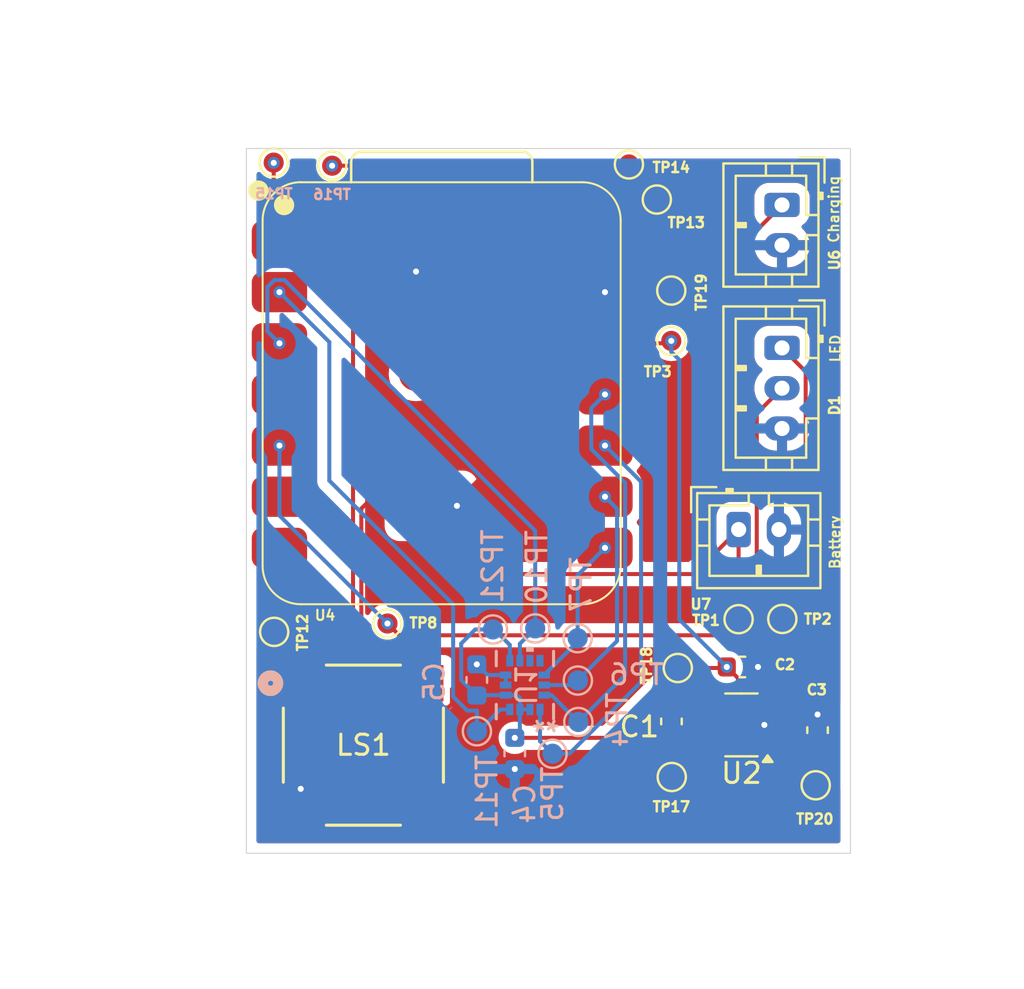
<source format=kicad_pcb>
(kicad_pcb (version 20240108) (generator "pcbnew") (generator_version "8.0")
  (title_block (title "LED20 Updated Schematic") (date "2024-11-12") (rev "2") (company "Team 01") (comment 1 "PCB Layout of LED20 "))
  (layers (0 "F.Cu" signal) (31 "B.Cu" signal) (34 "B.Paste" user) (35 "F.Paste" user) (36 "B.SilkS" user "B.Silkscreen") (37 "F.SilkS" user "F.Silkscreen") (38 "B.Mask" user) (39 "F.Mask" user) (44 "Edge.Cuts" user))
  (net 0 "")
  (net 1 "Net-(U2-C+)")
  (net 2 "Net-(U2-C-)")
  (net 3 "GND")
  (net 4 "3.3V")
  (net 5 "+5V")
  (net 6 "3.3V Data (D4)")
  (net 7 "VBATT")
  (net 8 "Net-(U1-SDA)")
  (net 9 "Net-(U1-SDO{slash}SA0)")
  (net 10 "Net-(U1-SCL)")
  (net 11 "Net-(U1-CS)")
  (net 12 "Net-(U1-INT2)")
  (net 13 "Net-(U1-INT1)")
  (net 14 "unconnected-(TP13-Pad1)")
  (net 15 "unconnected-(TP14-Pad1)")
  (net 16 "unconnected-(TP15-Pad1)")
  (net 17 "unconnected-(TP16-Pad1)")
  (net 21 "+5V IN")
  (net 24 "Net-(U4-LP_GPIO0{slash}GPIO0{slash}A0{slash}D0)")
  (footprint "TestPoint:TestPoint_Pad_D1.0mm" (layer "F.Cu") (at 158.828498 86.700433 -90)
    (property "Reference" "TP2" (at 0.00931 -1.762392 180) (layer "F.SilkS") (effects (font (size 0.5 0.5) (thickness 0.125))))
    (property "Value" "~")
    (fp_circle (center 0 0) (end 0 0.7) (stroke (width 0.12)) (fill none) (layer "F.SilkS"))
    (pad "1" smd circle (at 0 0 270) (size 1 1) (layers "F.Cu" "F.Mask") (net 3 "GND"))
  )
  (footprint "Led20:ChargePump" (layer "F.Cu") (at 156.79831 91.962347 180)
    (property "Reference" "U2" (at 0 -2.4 0) (layer "F.SilkS"))
    (property "Value" "~")
    (fp_line (start 0 1.56) (end 0.8 1.56) (stroke (width 0.12)) (layer "F.SilkS"))
    (fp_line (start 0 1.56) (end -0.8 1.56) (stroke (width 0.12)) (layer "F.SilkS"))
    (fp_line (start 0 -1.56) (end 0.8 -1.56) (stroke (width 0.12)) (layer "F.SilkS"))
    (fp_line (start 0 -1.56) (end -0.8 -1.56) (stroke (width 0.12)) (layer "F.SilkS"))
    (fp_poly (pts (xy -1.3 -1.51) (xy -1.54 -1.84) (xy -1.06 -1.84) (xy -1.3 -1.51)) (stroke (width 0.12)) (fill solid) (layer "F.SilkS"))
    (pad "1" smd roundrect (at -1.1375 -0.95 180) (size 1.325 0.6) (layers "F.Cu" "F.Paste" "F.Mask") (net 5 "+5V"))
    (pad "2" smd roundrect (at -1.1375 0 180) (size 1.325 0.6) (layers "F.Cu" "F.Paste" "F.Mask") (net 3 "GND"))
    (pad "3" smd roundrect (at -1.1375 0.95 180) (size 1.325 0.6) (layers "F.Cu" "F.Paste" "F.Mask") (net 5 "+5V"))
    (pad "4" smd roundrect (at 1.1375 0.95 180) (size 1.325 0.6) (layers "F.Cu" "F.Paste" "F.Mask") (net 2 "Net-(U2-C-)"))
    (pad "5" smd roundrect (at 1.1375 0 180) (size 1.325 0.6) (layers "F.Cu" "F.Paste" "F.Mask") (net 4 "3.3V"))
    (pad "6" smd roundrect (at 1.1375 -0.95 180) (size 1.325 0.6) (layers "F.Cu" "F.Paste" "F.Mask") (net 1 "Net-(U2-C+)"))
  )
  (footprint "Connector_JST:JST_PH_B2B-PH-K_1x02_P2.00mm_Vertical" (layer "F.Cu") (at 158.812862 66.141631 -90)
    (property "Reference" "U6" (at 2.736332 -2.606274 90) (layer "F.SilkS") (effects (font (size 0.5 0.5) (thickness 0.125))))
    (property "Value" "B2B-PH-K-S")
    (fp_line (start -2.06 2.91) (end 4.06 2.91) (stroke (width 0.12)) (layer "F.SilkS"))
    (fp_line (start 4.06 2.91) (end 4.06 -1.81) (stroke (width 0.12)) (layer "F.SilkS"))
    (fp_line (start -1.45 2.3) (end 3.45 2.3) (stroke (width 0.12)) (layer "F.SilkS"))
    (fp_line (start 0.9 2.3) (end 0.9 1.8) (stroke (width 0.12)) (layer "F.SilkS"))
    (fp_line (start 1 2.3) (end 1 1.8) (stroke (width 0.12)) (layer "F.SilkS"))
    (fp_line (start 3.45 2.3) (end 3.45 -1.2) (stroke (width 0.12)) (layer "F.SilkS"))
    (fp_line (start 0.9 1.8) (end 1.1 1.8) (stroke (width 0.12)) (layer "F.SilkS"))
    (fp_line (start 1.1 1.8) (end 1.1 2.3) (stroke (width 0.12)) (layer "F.SilkS"))
    (fp_line (start -2.06 0.8) (end -1.45 0.8) (stroke (width 0.12)) (layer "F.SilkS"))
    (fp_line (start 4.06 0.8) (end 3.45 0.8) (stroke (width 0.12)) (layer "F.SilkS"))
    (fp_line (start -2.06 -0.5) (end -1.45 -0.5) (stroke (width 0.12)) (layer "F.SilkS"))
    (fp_line (start 4.06 -0.5) (end 3.45 -0.5) (stroke (width 0.12)) (layer "F.SilkS"))
    (fp_line (start -1.45 -1.2) (end -1.45 2.3) (stroke (width 0.12)) (layer "F.SilkS"))
    (fp_line (start 0.5 -1.2) (end -1.45 -1.2) (stroke (width 0.12)) (layer "F.SilkS"))
    (fp_line (start 1.5 -1.2) (end 1.5 -1.81) (stroke (width 0.12)) (layer "F.SilkS"))
    (fp_line (start 3.45 -1.2) (end 1.5 -1.2) (stroke (width 0.12)) (layer "F.SilkS"))
    (fp_line (start -2.06 -1.81) (end -2.06 2.91) (stroke (width 0.12)) (layer "F.SilkS"))
    (fp_line (start -0.3 -1.81) (end -0.3 -2.01) (stroke (width 0.12)) (layer "F.SilkS"))
    (fp_line (start 0.5 -1.81) (end 0.5 -1.2) (stroke (width 0.12)) (layer "F.SilkS"))
    (fp_line (start 4.06 -1.81) (end -2.06 -1.81) (stroke (width 0.12)) (layer "F.SilkS"))
    (fp_line (start -0.3 -1.91) (end -0.6 -1.91) (stroke (width 0.12)) (layer "F.SilkS"))
    (fp_line (start -0.6 -2.01) (end -0.6 -1.81) (stroke (width 0.12)) (layer "F.SilkS"))
    (fp_line (start -0.3 -2.01) (end -0.6 -2.01) (stroke (width 0.12)) (layer "F.SilkS"))
    (fp_line (start -2.36 -2.11) (end -2.36 -0.86) (stroke (width 0.12)) (layer "F.SilkS"))
    (fp_line (start -1.11 -2.11) (end -2.36 -2.11) (stroke (width 0.12)) (layer "F.SilkS"))
    (pad "1" thru_hole roundrect (at 0 0 270) (size 1.2 1.75) (drill 0.75) (layers "*.Cu" "*.Mask") (roundrect_rratio 0.208333) (net 21 "+5V IN"))
    (pad "2" thru_hole oval (at 2 0 270) (size 1.2 1.75) (drill 0.75) (layers "*.Cu" "*.Mask") (net 3 "GND"))
  )
  (footprint "Connector_JST:JST_PH_B3B-PH-K_1x03_P2.00mm_Vertical" (layer "F.Cu") (at 158.812862 73.241902 -90)
    (property "Reference" "D1" (at 2.851472 -2.606274 90) (layer "F.SilkS") (effects (font (size 0.5 0.5) (thickness 0.125))))
    (property "Value" "SK6812MINI")
    (fp_line (start -2.06 2.91) (end 6.06 2.91) (stroke (width 0.12)) (layer "F.SilkS"))
    (fp_line (start 6.06 2.91) (end 6.06 -1.81) (stroke (width 0.12)) (layer "F.SilkS"))
    (fp_line (start -1.45 2.3) (end 5.45 2.3) (stroke (width 0.12)) (layer "F.SilkS"))
    (fp_line (start 0.9 2.3) (end 0.9 1.8) (stroke (width 0.12)) (layer "F.SilkS"))
    (fp_line (start 1 2.3) (end 1 1.8) (stroke (width 0.12)) (layer "F.SilkS"))
    (fp_line (start 2.9 2.3) (end 2.9 1.8) (stroke (width 0.12)) (layer "F.SilkS"))
    (fp_line (start 3 2.3) (end 3 1.8) (stroke (width 0.12)) (layer "F.SilkS"))
    (fp_line (start 5.45 2.3) (end 5.45 -1.2) (stroke (width 0.12)) (layer "F.SilkS"))
    (fp_line (start 0.9 1.8) (end 1.1 1.8) (stroke (width 0.12)) (layer "F.SilkS"))
    (fp_line (start 1.1 1.8) (end 1.1 2.3) (stroke (width 0.12)) (layer "F.SilkS"))
    (fp_line (start 2.9 1.8) (end 3.1 1.8) (stroke (width 0.12)) (layer "F.SilkS"))
    (fp_line (start 3.1 1.8) (end 3.1 2.3) (stroke (width 0.12)) (layer "F.SilkS"))
    (fp_line (start -2.06 0.8) (end -1.45 0.8) (stroke (width 0.12)) (layer "F.SilkS"))
    (fp_line (start 6.06 0.8) (end 5.45 0.8) (stroke (width 0.12)) (layer "F.SilkS"))
    (fp_line (start -2.06 -0.5) (end -1.45 -0.5) (stroke (width 0.12)) (layer "F.SilkS"))
    (fp_line (start 6.06 -0.5) (end 5.45 -0.5) (stroke (width 0.12)) (layer "F.SilkS"))
    (fp_line (start -1.45 -1.2) (end -1.45 2.3) (stroke (width 0.12)) (layer "F.SilkS"))
    (fp_line (start 0.5 -1.2) (end -1.45 -1.2) (stroke (width 0.12)) (layer "F.SilkS"))
    (fp_line (start 3.5 -1.2) (end 3.5 -1.81) (stroke (width 0.12)) (layer "F.SilkS"))
    (fp_line (start 5.45 -1.2) (end 3.5 -1.2) (stroke (width 0.12)) (layer "F.SilkS"))
    (fp_line (start -2.06 -1.81) (end -2.06 2.91) (stroke (width 0.12)) (layer "F.SilkS"))
    (fp_line (start -0.3 -1.81) (end -0.3 -2.01) (stroke (width 0.12)) (layer "F.SilkS"))
    (fp_line (start 0.5 -1.81) (end 0.5 -1.2) (stroke (width 0.12)) (layer "F.SilkS"))
    (fp_line (start 6.06 -1.81) (end -2.06 -1.81) (stroke (width 0.12)) (layer "F.SilkS"))
    (fp_line (start -0.3 -1.91) (end -0.6 -1.91) (stroke (width 0.12)) (layer "F.SilkS"))
    (fp_line (start -0.6 -2.01) (end -0.6 -1.81) (stroke (width 0.12)) (layer "F.SilkS"))
    (fp_line (start -0.3 -2.01) (end -0.6 -2.01) (stroke (width 0.12)) (layer "F.SilkS"))
    (fp_line (start -2.36 -2.11) (end -2.36 -0.86) (stroke (width 0.12)) (layer "F.SilkS"))
    (fp_line (start -1.11 -2.11) (end -2.36 -2.11) (stroke (width 0.12)) (layer "F.SilkS"))
    (pad "1" thru_hole roundrect (at 0 0 270) (size 1.2 1.75) (drill 0.75) (layers "*.Cu" "*.Mask") (roundrect_rratio 0.208333) (net 5 "+5V"))
    (pad "2" thru_hole oval (at 2 0 270) (size 1.2 1.75) (drill 0.75) (layers "*.Cu" "*.Mask") (net 6 "3.3V Data (D4)"))
    (pad "3" thru_hole oval (at 4 0 270) (size 1.2 1.75) (drill 0.75) (layers "*.Cu" "*.Mask") (net 3 "GND"))
  )
  (footprint "Capacitor_SMD:C_0603_1608Metric" (layer "F.Cu") (at 160.577935 92.221193 -90)
    (property "Reference" "C3" (at -2.002616 0.040114 0) (layer "F.SilkS") (effects (font (size 0.5 0.5) (thickness 0.125))))
    (property "Value" "10u")
    (fp_line (start -0.14058 0.51) (end 0.14058 0.51) (stroke (width 0.12)) (layer "F.SilkS"))
    (fp_line (start -0.14058 -0.51) (end 0.14058 -0.51) (stroke (width 0.12)) (layer "F.SilkS"))
    (pad "1" smd roundrect (at -0.775 0 270) (size 0.9 0.95) (layers "F.Cu" "F.Paste" "F.Mask") (net 3 "GND"))
    (pad "2" smd roundrect (at 0.775 0 270) (size 0.9 0.95) (layers "F.Cu" "F.Paste" "F.Mask") (net 5 "+5V"))
  )
  (footprint "TestPoint:TestPoint_Pad_D1.0mm" (layer "F.Cu") (at 139.220263 86.927322)
    (property "Reference" "TP8" (at 1.780797 -0.027891 0) (layer "F.SilkS") (effects (font (size 0.5 0.5) (thickness 0.125))))
    (property "Value" "~")
    (fp_circle (center 0 0) (end 0 0.7) (stroke (width 0.12)) (fill none) (layer "F.SilkS"))
    (pad "1" smd circle (at 0 0) (size 1 1) (layers "F.Cu" "F.Mask") (net 6 "3.3V Data (D4)"))
  )
  (footprint "TestPoint:TestPoint_Pad_D1.0mm" (layer "F.Cu") (at 133.570623 64.039269 180)
    (property "Reference" "TP15" (at -0.006781 -1.547978 0) (layer "B.SilkS") (effects (font (size 0.5 0.5) (thickness 0.125)) (justify mirror)))
    (property "Value" "~")
    (fp_circle (center 0 0) (end 0 0.7) (stroke (width 0.12)) (fill none) (layer "F.SilkS"))
    (pad "1" smd circle (at 0 0 180) (size 1 1) (layers "F.Cu" "F.Mask") (net 16 "unconnected-(TP15-Pad1)"))
  )
  (footprint "TestPoint:TestPoint_Pad_D1.0mm" (layer "F.Cu") (at 136.473277 64.192789 180)
    (property "Reference" "TP16" (at 0.007435 -1.428574 0) (layer "B.SilkS") (effects (font (size 0.5 0.5) (thickness 0.125)) (justify mirror)))
    (property "Value" "~")
    (fp_circle (center 0 0) (end 0 0.7) (stroke (width 0.12)) (fill none) (layer "F.SilkS"))
    (pad "1" smd circle (at 0 0 180) (size 1 1) (layers "F.Cu" "F.Mask") (net 17 "unconnected-(TP16-Pad1)"))
  )
  (footprint "Led20:XIAO-ESP32-C6-SMD" (layer "F.Cu") (at 142.1375 75.53)
    (property "Reference" "U4" (at -6.587488 11.282961 0) (layer "F.SilkS") (effects (font (size 0.5 0.5) (thickness 0.10668)) (justify left bottom)))
    (property "Value" "~")
    (fp_line (start -9.1166 8.5345) (end -9.1166 -8.6105) (stroke (width 0.1)) (layer "F.SilkS"))
    (fp_line (start -7.2116 10.4395) (end 6.7584 10.4395) (stroke (width 0.1)) (layer "F.SilkS"))
    (fp_line (start -4.7216 -10.5155) (end -4.717872 -11.525772) (stroke (width 0.127)) (layer "F.SilkS"))
    (fp_line (start -4.217872 -12.0255) (end 3.7774 -12.0255) (stroke (width 0.127)) (layer "F.SilkS"))
    (fp_line (start 4.2774 -11.5255) (end 4.2774 -10.5155) (stroke (width 0.127)) (layer "F.SilkS"))
    (fp_line (start 6.7584 -10.5155) (end -7.2116 -10.5155) (stroke (width 0.1)) (layer "F.SilkS"))
    (fp_line (start 8.6634 8.5345) (end 8.6634 -8.6105) (stroke (width 0.1)) (layer "F.SilkS"))
    (fp_arc (start -9.1166 -8.6145) (mid -8.558638 -9.961538) (end -7.2116 -10.5195) (stroke (width 0.1)) (layer "F.SilkS"))
    (fp_arc (start -7.2116 10.4395) (mid -8.558638 9.881538) (end -9.1166 8.5345) (stroke (width 0.1)) (layer "F.SilkS"))
    (fp_arc (start -4.717872 -11.525772) (mid -4.571324 -11.879144) (end -4.217872 -12.0255) (stroke (width 0.127)) (layer "F.SilkS"))
    (fp_arc (start 3.7774 -12.0255) (mid 4.130953 -11.879053) (end 4.2774 -11.5255) (stroke (width 0.127)) (layer "F.SilkS"))
    (fp_arc (start 6.7584 -10.5155) (mid 8.105438 -9.957538) (end 8.6634 -8.6105) (stroke (width 0.1)) (layer "F.SilkS"))
    (fp_arc (start 8.6634 8.5345) (mid 8.105438 9.881538) (end 6.7584 10.4395) (stroke (width 0.1)) (layer "F.SilkS"))
    (fp_circle (center -9.3266 -10.0995) (end -9.3266 -10.3535) (stroke (width 0.5)) (fill solid) (layer "F.SilkS"))
    (fp_circle (center -8.0526 -9.3825) (end -8.0526 -9.6365) (stroke (width 0.5)) (fill solid) (layer "F.SilkS"))
    (pad "1" smd roundrect (at -8.2816 -7.5985) (size 2.75 2) (layers "F.Cu" "F.Paste" "F.Mask") (net 24 "Net-(U4-LP_GPIO0{slash}GPIO0{slash}A0{slash}D0)"))
    (pad "2" smd roundrect (at -8.2816 -5.0585) (size 2.75 2) (layers "F.Cu" "F.Paste" "F.Mask") (net 13 "Net-(U1-INT1)"))
    (pad "3" smd roundrect (at -8.2816 -2.5185) (size 2.75 2) (layers "F.Cu" "F.Paste" "F.Mask") (net 12 "Net-(U1-INT2)"))
    (pad "4" smd roundrect (at -8.2816 0.0215) (size 2.75 2) (layers "F.Cu" "F.Paste" "F.Mask"))
    (pad "5" smd roundrect (at -8.2816 2.5615) (size 2.75 2) (layers "F.Cu" "F.Paste" "F.Mask") (net 6 "3.3V Data (D4)"))
    (pad "6" smd roundrect (at -8.2816 5.1015) (size 2.75 2) (layers "F.Cu" "F.Paste" "F.Mask"))
    (pad "7" smd roundrect (at -8.2816 7.6415) (size 2.75 2) (layers "F.Cu" "F.Paste" "F.Mask"))
    (pad "8" smd roundrect (at 7.8834 7.6415) (size 2.75 2) (layers "F.Cu" "F.Paste" "F.Mask") (net 11 "Net-(U1-CS)"))
    (pad "9" smd roundrect (at 7.8834 5.1015) (size 2.75 2) (layers "F.Cu" "F.Paste" "F.Mask") (net 10 "Net-(U1-SCL)"))
    (pad "10" smd roundrect (at 7.8834 2.5615) (size 2.75 2) (layers "F.Cu" "F.Paste" "F.Mask") (net 9 "Net-(U1-SDO{slash}SA0)"))
    (pad "11" smd roundrect (at 7.8834 0.0215) (size 2.75 2) (layers "F.Cu" "F.Paste" "F.Mask") (net 8 "Net-(U1-SDA)"))
    (pad "12" smd roundrect (at 7.8834 -2.5185) (size 2.75 2) (layers "F.Cu" "F.Paste" "F.Mask") (net 4 "3.3V"))
    (pad "13" smd roundrect (at 7.8834 -5.0585) (size 2.75 2) (layers "F.Cu" "F.Paste" "F.Mask") (net 3 "GND"))
    (pad "14" smd roundrect (at 7.8834 -7.5985) (size 2.75 2) (layers "F.Cu" "F.Paste" "F.Mask") (net 21 "+5V IN"))
    (pad "15" smd roundrect (at -2.008 5.5532 270) (size 2.5 1.1) (layers "F.Cu" "F.Paste" "F.Mask") (net 7 "VBATT"))
    (pad "16" smd roundrect (at 0.532 5.5532 270) (size 2.5 1.1) (layers "F.Cu" "F.Paste" "F.Mask") (net 3 "GND"))
    (pad "17" smd circle (at -1.5 -8.62) (size 1.7 1.7) (layers "F.Cu" "F.Paste" "F.Mask") (net 17 "unconnected-(TP16-Pad1)"))
    (pad "18" smd circle (at 1.04 -8.62) (size 1.7 1.7) (layers "F.Cu" "F.Paste" "F.Mask") (net 15 "unconnected-(TP14-Pad1)"))
    (pad "19" smd circle (at -1.5 -6.08) (size 1.7 1.7) (layers "F.Cu" "F.Paste" "F.Mask") (net 3 "GND"))
    (pad "20" smd circle (at 1.04 -6.08) (size 1.7 1.7) (layers "F.Cu" "F.Paste" "F.Mask"))
    (pad "21" smd circle (at -1.5 -3.54) (size 1.7 1.7) (layers "F.Cu" "F.Paste" "F.Mask") (net 16 "unconnected-(TP15-Pad1)"))
    (pad "22" smd circle (at 1.04 -3.54) (size 1.7 1.7) (layers "F.Cu" "F.Paste" "F.Mask") (net 14 "unconnected-(TP13-Pad1)"))
    (pad "23" smd circle (at -1.5 -1) (size 1.7 1.7) (layers "F.Cu" "F.Paste" "F.Mask"))
    (pad "24" smd circle (at 0.9474 -1.0568) (size 1.7 1.7) (layers "F.Cu" "F.Paste" "F.Mask"))
  )
  (footprint "TestPoint:TestPoint_Pad_D1.0mm" (layer "F.Cu") (at 152.5961 65.872827)
    (property "Reference" "TP13" (at 1.460965 1.149092 180) (layer "F.SilkS") (effects (font (size 0.5 0.5) (thickness 0.125))))
    (property "Value" "~")
    (fp_circle (center 0 0) (end 0 0.7) (stroke (width 0.12)) (fill none) (layer "F.SilkS"))
    (pad "1" smd circle (at 0 0) (size 1 1) (layers "F.Cu" "F.Mask") (net 14 "unconnected-(TP13-Pad1)"))
  )
  (footprint "TestPoint:TestPoint_Pad_D1.0mm" (layer "F.Cu") (at 153.63829 89.136295 180)
    (property "Reference" "TP18" (at 1.54972 0.123129 -90) (layer "F.SilkS") (effects (font (size 0.5 0.5) (thickness 0.125))))
    (property "Value" "~")
    (fp_circle (center 0 0) (end 0 0.7) (stroke (width 0.12)) (fill none) (layer "F.SilkS"))
    (pad "1" smd circle (at 0 0 180) (size 1 1) (layers "F.Cu" "F.Mask") (net 4 "3.3V"))
  )
  (footprint "Capacitor_SMD:C_0603_1608Metric" (layer "F.Cu") (at 153.322964 91.790052 90)
    (property "Reference" "C1" (at -0.263111 -1.595137 180) (layer "F.SilkS"))
    (property "Value" "1u")
    (fp_line (start -0.14058 -0.51) (end 0.14058 -0.51) (stroke (width 0.12)) (layer "F.SilkS"))
    (fp_line (start -0.14058 0.51) (end 0.14058 0.51) (stroke (width 0.12)) (layer "F.SilkS"))
    (pad "1" smd roundrect (at -0.775 0 90) (size 0.9 0.95) (layers "F.Cu" "F.Paste" "F.Mask") (net 1 "Net-(U2-C+)"))
    (pad "2" smd roundrect (at 0.775 0 90) (size 0.9 0.95) (layers "F.Cu" "F.Paste" "F.Mask") (net 2 "Net-(U2-C-)"))
  )
  (footprint "TestPoint:TestPoint_Pad_D1.0mm" (layer "F.Cu") (at 151.210712 64.128868)
    (property "Reference" "TP14" (at 2.100344 0.153276 0) (layer "F.SilkS") (effects (font (size 0.5 0.5) (thickness 0.125))))
    (property "Value" "~")
    (fp_circle (center 0 0) (end 0 0.7) (stroke (width 0.12)) (fill none) (layer "F.SilkS"))
    (pad "1" smd circle (at 0 0) (size 1 1) (layers "F.Cu" "F.Mask") (net 15 "unconnected-(TP14-Pad1)"))
  )
  (footprint "TestPoint:TestPoint_Pad_D1.0mm" (layer "F.Cu") (at 156.656484 86.711805 180)
    (property "Reference" "TP1" (at 1.61693 -0.059694 180) (layer "F.SilkS") (effects (font (size 0.5 0.5) (thickness 0.125))))
    (property "Value" "~")
    (fp_circle (center 0 0) (end 0 0.7) (stroke (width 0.12)) (fill none) (layer "F.SilkS"))
    (pad "1" smd circle (at 0 0 180) (size 1 1) (layers "F.Cu" "F.Mask") (net 7 "VBATT"))
  )
  (footprint "Capacitor_SMD:C_0603_1608Metric" (layer "F.Cu") (at 156.844117 89.084826)
    (property "Reference" "C2" (at 2.113024 -0.117148 0) (layer "F.SilkS") (effects (font (size 0.5 0.5) (thickness 0.125))))
    (property "Value" "10u")
    (fp_line (start -0.14058 -0.51) (end 0.14058 -0.51) (stroke (width 0.12)) (layer "F.SilkS"))
    (fp_line (start -0.14058 0.51) (end 0.14058 0.51) (stroke (width 0.12)) (layer "F.SilkS"))
    (pad "1" smd roundrect (at -0.775 0) (size 0.9 0.95) (layers "F.Cu" "F.Paste" "F.Mask") (net 4 "3.3V"))
    (pad "2" smd roundrect (at 0.775 0) (size 0.9 0.95) (layers "F.Cu" "F.Paste" "F.Mask") (net 3 "GND"))
  )
  (footprint "TestPoint:TestPoint_Pad_D1.0mm" (layer "F.Cu") (at 153.338126 94.54961 180)
    (property "Reference" "TP17" (at 0.018558 -1.478538 0) (layer "F.SilkS") (effects (font (size 0.5 0.5) (thickness 0.125))))
    (property "Value" "~")
    (fp_circle (center 0 0) (end 0 0.7) (stroke (width 0.12)) (fill none) (layer "F.SilkS"))
    (pad "1" smd circle (at 0 0 180) (size 1 1) (layers "F.Cu" "F.Mask") (net 1 "Net-(U2-C+)"))
  )
  (footprint "TestPoint:TestPoint_Pad_D1.0mm" (layer "F.Cu") (at 160.486961 94.960081 180)
    (property "Reference" "TP20" (at 0.0458 -1.67788 0) (layer "F.SilkS") (effects (font (size 0.5 0.5) (thickness 0.125))))
    (property "Value" "~")
    (fp_circle (center 0 0) (end 0 0.7) (stroke (width 0.12)) (fill none) (layer "F.SilkS"))
    (pad "1" smd circle (at 0 0 180) (size 1 1) (layers "F.Cu" "F.Mask") (net 5 "+5V"))
  )
  (footprint "TestPoint:TestPoint_Pad_D1.0mm" (layer "F.Cu") (at 153.3139 72.8925)
    (property "Reference" "TP3" (at -0.673172 1.533258 0) (layer "F.SilkS") (effects (font (size 0.5 0.5) (thickness 0.125))))
    (property "Value" "~")
    (fp_circle (center 0 0) (end 0 0.7) (stroke (width 0.12)) (fill none) (layer "F.SilkS"))
    (pad "1" smd circle (at 0 0) (size 1 1) (layers "F.Cu" "F.Mask") (net 4 "3.3V"))
  )
  (footprint "TestPoint:TestPoint_Pad_D1.0mm" (layer "F.Cu") (at 153.3139 70.3925)
    (property "Reference" "TP19" (at 1.486846 0.088888 90) (layer "F.SilkS") (effects (font (size 0.5 0.5) (thickness 0.125))))
    (property "Value" "~")
    (fp_circle (center 0 0) (end 0 0.7) (stroke (width 0.12)) (fill none) (layer "F.SilkS"))
    (pad "1" smd circle (at 0 0) (size 1 1) (layers "F.Cu" "F.Mask") (net 3 "GND"))
  )
  (footprint "TestPoint:TestPoint_Pad_D1.0mm" (layer "F.Cu") (at 133.594062 87.34175)
    (property "Reference" "TP12" (at 1.410104 0.034115 -90) (layer "F.SilkS") (effects (font (size 0.5 0.5) (thickness 0.125))))
    (property "Value" "~")
    (fp_circle (center 0 0) (end 0 0.7) (stroke (width 0.12)) (fill none) (layer "F.SilkS"))
    (pad "1" smd circle (at 0 0) (size 1 1) (layers "F.Cu" "F.Mask") (net 24 "Net-(U4-LP_GPIO0{slash}GPIO0{slash}A0{slash}D0)"))
  )
  (footprint "Led20:CMT-7525-80-SMT-TR_CUD" (layer "F.Cu") (at 138.02338 92.966582)
    (property "Reference" "LS1" (at 0 0 0) (layer "F.SilkS"))
    (property "Value" "CMT-7525-80-SMT-TR")
    (fp_circle (center -4.6101 -3.075) (end -4.2291 -3.075) (stroke (width 0.508)) (fill none) (layer "B.SilkS"))
    (fp_line (start -3.9751 -1.84056) (end -3.9751 1.84056) (stroke (width 0.1524)) (layer "F.SilkS"))
    (fp_line (start -1.84056 3.9751) (end 1.84056 3.9751) (stroke (width 0.1524)) (layer "F.SilkS"))
    (fp_line (start 1.84056 -3.9751) (end -1.84056 -3.9751) (stroke (width 0.1524)) (layer "F.SilkS"))
    (fp_line (start 3.9751 1.84056) (end 3.9751 -1.84056) (stroke (width 0.1524)) (layer "F.SilkS"))
    (fp_arc (start -4.48724 -2.714353) (mid -4.991102 -3.075001) (end -4.48724 -3.435648) (stroke (width 0.508)) (layer "F.SilkS"))
    (pad "1" smd rect (at -3.075 -3.075) (size 1.8034 1.8034) (layers "F.Cu" "F.Paste" "F.Mask") (net 24 "Net-(U4-LP_GPIO0{slash}GPIO0{slash}A0{slash}D0)"))
    (pad "2" smd rect (at -3.075 3.075) (size 1.8034 1.8034) (layers "F.Cu" "F.Paste" "F.Mask") (net 3 "GND"))
    (pad "3" smd rect (at 3.075 -3.075) (size 1.8034 1.8034) (layers "F.Cu" "F.Paste" "F.Mask"))
    (pad "4" smd rect (at 3.075 3.075) (size 1.8034 1.8034) (layers "F.Cu" "F.Paste" "F.Mask"))
  )
  (footprint "Connector_JST:JST_PH_B2B-PH-K_1x02_P2.00mm_Vertical" (layer "F.Cu") (at 156.659343 82.261164)
    (property "Reference" "U7" (at -1.875655 3.708622 0) (layer "F.SilkS") (effects (font (size 0.5 0.5) (thickness 0.125))))
    (property "Value" "B2B-PH-K-S")
    (fp_line (start -2.36 -2.11) (end -2.36 -0.86) (stroke (width 0.12)) (layer "F.SilkS"))
    (fp_line (start -2.06 -1.81) (end -2.06 2.91) (stroke (width 0.12)) (layer "F.SilkS"))
    (fp_line (start -2.06 -0.5) (end -1.45 -0.5) (stroke (width 0.12)) (layer "F.SilkS"))
    (fp_line (start -2.06 0.8) (end -1.45 0.8) (stroke (width 0.12)) (layer "F.SilkS"))
    (fp_line (start -2.06 2.91) (end 4.06 2.91) (stroke (width 0.12)) (layer "F.SilkS"))
    (fp_line (start -1.45 -1.2) (end -1.45 2.3) (stroke (width 0.12)) (layer "F.SilkS"))
    (fp_line (start -1.45 2.3) (end 3.45 2.3) (stroke (width 0.12)) (layer "F.SilkS"))
    (fp_line (start -1.11 -2.11) (end -2.36 -2.11) (stroke (width 0.12)) (layer "F.SilkS"))
    (fp_line (start -0.6 -2.01) (end -0.6 -1.81) (stroke (width 0.12)) (layer "F.SilkS"))
    (fp_line (start -0.3 -2.01) (end -0.6 -2.01) (stroke (width 0.12)) (layer "F.SilkS"))
    (fp_line (start -0.3 -1.91) (end -0.6 -1.91) (stroke (width 0.12)) (layer "F.SilkS"))
    (fp_line (start -0.3 -1.81) (end -0.3 -2.01) (stroke (width 0.12)) (layer "F.SilkS"))
    (fp_line (start 0.5 -1.81) (end 0.5 -1.2) (stroke (width 0.12)) (layer "F.SilkS"))
    (fp_line (start 0.5 -1.2) (end -1.45 -1.2) (stroke (width 0.12)) (layer "F.SilkS"))
    (fp_line (start 0.9 1.8) (end 1.1 1.8) (stroke (width 0.12)) (layer "F.SilkS"))
    (fp_line (start 0.9 2.3) (end 0.9 1.8) (stroke (width 0.12)) (layer "F.SilkS"))
    (fp_line (start 1 2.3) (end 1 1.8) (stroke (width 0.12)) (layer "F.SilkS"))
    (fp_line (start 1.1 1.8) (end 1.1 2.3) (stroke (width 0.12)) (layer "F.SilkS"))
    (fp_line (start 1.5 -1.2) (end 1.5 -1.81) (stroke (width 0.12)) (layer "F.SilkS"))
    (fp_line (start 3.45 -1.2) (end 1.5 -1.2) (stroke (width 0.12)) (layer "F.SilkS"))
    (fp_line (start 3.45 2.3) (end 3.45 -1.2) (stroke (width 0.12)) (layer "F.SilkS"))
    (fp_line (start 4.06 -1.81) (end -2.06 -1.81) (stroke (width 0.12)) (layer "F.SilkS"))
    (fp_line (start 4.06 -0.5) (end 3.45 -0.5) (stroke (width 0.12)) (layer "F.SilkS"))
    (fp_line (start 4.06 0.8) (end 3.45 0.8) (stroke (width 0.12)) (layer "F.SilkS"))
    (fp_line (start 4.06 2.91) (end 4.06 -1.81) (stroke (width 0.12)) (layer "F.SilkS"))
    (pad "1" thru_hole roundrect (at 0 0) (size 1.2 1.75) (drill 0.75) (layers "*.Cu" "*.Mask") (roundrect_rratio 0.208333) (net 7 "VBATT"))
    (pad "2" thru_hole oval (at 2 0) (size 1.2 1.75) (drill 0.75) (layers "*.Cu" "*.Mask") (net 3 "GND"))
  )
  (footprint "TestPoint:TestPoint_Pad_D1.0mm" (layer "B.Cu") (at 146.556143 87.171044 90)
    (property "Reference" "TP10" (at 3.039619 0.082065 90) (layer "B.SilkS") (effects (justify mirror)))
    (property "Value" "~")
    (fp_circle (center 0 0) (end 0 -0.7) (stroke (width 0.12)) (fill none) (layer "B.SilkS"))
    (pad "1" smd circle (at 0 0 90) (size 1 1) (layers "B.Cu" "B.Mask") (net 12 "Net-(U1-INT2)"))
  )
  (footprint "TestPoint:TestPoint_Pad_D1.0mm" (layer "B.Cu") (at 144.458045 87.222217 90)
    (property "Reference" "TP21" (at 3.131043 -0.01355 90) (layer "B.SilkS") (effects (justify mirror)))
    (property "Value" "~")
    (fp_circle (center 0 0) (end 0 -0.7) (stroke (width 0.12)) (fill none) (layer "B.SilkS"))
    (pad "1" smd circle (at 0 0 90) (size 1 1) (layers "B.Cu" "B.Mask") (net 4 "3.3V"))
  )
  (footprint "Capacitor_SMD:C_0603_1608Metric" (layer "B.Cu") (at 143.656333 89.7297 -90)
    (property "Reference" "C5" (at 0.097327 2.109953 90) (layer "B.SilkS") (effects (justify mirror)))
    (property "Value" "100n")
    (fp_line (start 0.14058 0.51) (end -0.14058 0.51) (stroke (width 0.12)) (layer "B.SilkS"))
    (fp_line (start 0.14058 -0.51) (end -0.14058 -0.51) (stroke (width 0.12)) (layer "B.SilkS"))
    (pad "1" smd roundrect (at -0.775 0 270) (size 0.9 0.95) (layers "B.Cu" "B.Paste" "B.Mask") (net 3 "GND"))
    (pad "2" smd roundrect (at 0.775 0 270) (size 0.9 0.95) (layers "B.Cu" "B.Paste" "B.Mask") (net 4 "3.3V"))
  )
  (footprint "Led20:LGA-14L_2P5X3X0P83_STM-L" (layer "B.Cu") (at 146.04495 89.984768 90)
    (property "Reference" "U1" (at 0 0 -90) (layer "B.SilkS") (effects (justify mirror)))
    (property "Value" "~")
    (fp_line (start 1.6764 -1.4224) (end 0.957013 -1.4224) (stroke (width 0.1524)) (layer "B.SilkS"))
    (fp_line (start -0.957013 -1.4224) (end -1.6764 -1.4224) (stroke (width 0.1524)) (layer "B.SilkS"))
    (fp_line (start 0.957013 1.4224) (end 1.6764 1.4224) (stroke (width 0.1524)) (layer "B.SilkS"))
    (fp_line (start -1.6764 1.4224) (end -0.957013 1.4224) (stroke (width 0.1524)) (layer "B.SilkS"))
    (fp_poly (pts (xy 1.905 0.4405) (xy 1.905 0.059499) (xy 1.651 0.059499) (xy 1.651 0.4405)) (fill solid) (layer "B.SilkS"))
    (fp_text user "*" (at -2.032 1 90) (layer "B.SilkS") (effects (justify mirror)))
    (fp_text user "*" (at -2.032 1.0437 -90) (layer "B.SilkS") (effects (justify mirror)))
    (pad "1" smd rect (at -1.2103 0.750001) (size 0.351536 0.57658) (layers "B.Cu" "B.Paste" "B.Mask") (net 9 "Net-(U1-SDO{slash}SA0)"))
    (pad "2" smd rect (at -1.2103 0.25) (size 0.351536 0.57658) (layers "B.Cu" "B.Paste" "B.Mask") (net 4 "3.3V"))
    (pad "3" smd rect (at -1.2103 -0.25) (size 0.351536 0.57658) (layers "B.Cu" "B.Paste" "B.Mask") (net 4 "3.3V"))
    (pad "4" smd rect (at -1.2103 -0.750001) (size 0.351536 0.57658) (layers "B.Cu" "B.Paste" "B.Mask") (net 13 "Net-(U1-INT1)"))
    (pad "5" smd rect (at -0.499999 -0.9563 90) (size 0.351536 0.57658) (layers "B.Cu" "B.Paste" "B.Mask") (net 4 "3.3V"))
    (pad "6" smd rect (at 0 -0.9563 90) (size 0.351536 0.57658) (layers "B.Cu" "B.Paste" "B.Mask") (net 3 "GND"))
    (pad "7" smd rect (at 0.499999 -0.9563 90) (size 0.351536 0.57658) (layers "B.Cu" "B.Paste" "B.Mask") (net 3 "GND"))
    (pad "8" smd rect (at 1.2103 -0.750001) (size 0.351536 0.57658) (layers "B.Cu" "B.Paste" "B.Mask") (net 4 "3.3V"))
    (pad "9" smd rect (at 1.2103 -0.25) (size 0.351536 0.57658) (layers "B.Cu" "B.Paste" "B.Mask") (net 12 "Net-(U1-INT2)"))
    (pad "10" smd rect (at 1.2103 0.25) (size 0.351536 0.57658) (layers "B.Cu" "B.Paste" "B.Mask"))
    (pad "11" smd rect (at 1.2103 0.750001) (size 0.351536 0.57658) (layers "B.Cu" "B.Paste" "B.Mask"))
    (pad "12" smd rect (at 0.499999 0.9563 90) (size 0.351536 0.57658) (layers "B.Cu" "B.Paste" "B.Mask") (net 11 "Net-(U1-CS)"))
    (pad "13" smd rect (at 0 0.9563 90) (size 0.351536 0.57658) (layers "B.Cu" "B.Paste" "B.Mask") (net 10 "Net-(U1-SCL)"))
    (pad "14" smd rect (at -0.499999 0.9563 90) (size 0.351536 0.57658) (layers "B.Cu" "B.Paste" "B.Mask") (net 8 "Net-(U1-SDA)"))
  )
  (footprint "TestPoint:TestPoint_Pad_D1.0mm" (layer "B.Cu") (at 148.663867 87.655327 -90)
    (property "Reference" "TP7" (at -2.658492 -0.168053 90) (layer "B.SilkS") (effects (justify mirror)))
    (property "Value" "~")
    (fp_circle (center 0 0) (end 0 -0.7) (stroke (width 0.12)) (fill none) (layer "B.SilkS"))
    (pad "1" smd circle (at 0 0 270) (size 1 1) (layers "B.Cu" "B.Mask") (net 11 "Net-(U1-CS)"))
  )
  (footprint "TestPoint:TestPoint_Pad_D1.0mm" (layer "B.Cu") (at 148.697983 91.817408 -90)
    (property "Reference" "TP4" (at -0.098555 -1.945259 90) (layer "B.SilkS") (effects (justify mirror)))
    (property "Value" "~")
    (fp_circle (center 0 0) (end 0 -0.7) (stroke (width 0.12)) (fill none) (layer "B.SilkS"))
    (pad "1" smd circle (at 0 0 270) (size 1 1) (layers "B.Cu" "B.Mask") (net 8 "Net-(U1-SDA)"))
  )
  (footprint "TestPoint:TestPoint_Pad_D1.0mm" (layer "B.Cu") (at 148.675239 89.759111 -90)
    (property "Reference" "TP6" (at -0.294348 -2.913916 0) (layer "B.SilkS") (effects (justify mirror)))
    (property "Value" "~")
    (fp_circle (center 0 0) (end 0 -0.7) (stroke (width 0.12)) (fill none) (layer "B.SilkS"))
    (pad "1" smd circle (at 0 0 270) (size 1 1) (layers "B.Cu" "B.Mask") (net 10 "Net-(U1-SCL)"))
  )
  (footprint "TestPoint:TestPoint_Pad_D1.0mm" (layer "B.Cu") (at 143.662019 92.278879 -90)
    (property "Reference" "TP11" (at 3 -0.5 90) (layer "B.SilkS") (effects (justify mirror)))
    (property "Value" "~")
    (fp_circle (center 0 0) (end 0 -0.7) (stroke (width 0.12)) (fill none) (layer "B.SilkS"))
    (pad "1" smd circle (at 0 0 270) (size 1 1) (layers "B.Cu" "B.Mask") (net 13 "Net-(U1-INT1)"))
  )
  (footprint "TestPoint:TestPoint_Pad_D1.0mm" (layer "B.Cu") (at 147.418654 93.392403 -90)
    (property "Reference" "TP5" (at 2 0 90) (layer "B.SilkS") (effects (justify mirror)))
    (property "Value" "~")
    (fp_circle (center 0 0) (end 0 -0.7) (stroke (width 0.12)) (fill none) (layer "B.SilkS"))
    (pad "1" smd circle (at 0 0 270) (size 1 1) (layers "B.Cu" "B.Mask") (net 9 "Net-(U1-SDO{slash}SA0)"))
  )
  (footprint "Capacitor_SMD:C_0603_1608Metric" (layer "B.Cu") (at 145.542307 93.379906 90)
    (property "Reference" "C4" (at -2.5 0.5 90) (layer "B.SilkS") (effects (justify mirror)))
    (property "Value" "100n")
    (fp_line (start 0.14058 -0.51) (end -0.14058 -0.51) (stroke (width 0.12)) (layer "B.SilkS"))
    (fp_line (start 0.14058 0.51) (end -0.14058 0.51) (stroke (width 0.12)) (layer "B.SilkS"))
    (pad "1" smd roundrect (at -0.775 0 90) (size 0.9 0.95) (layers "B.Cu" "B.Paste" "B.Mask") (net 3 "GND"))
    (pad "2" smd roundrect (at 0.775 0 90) (size 0.9 0.95) (layers "B.Cu" "B.Paste" "B.Mask") (net 4 "3.3V"))
  )
  (gr_rect (start 132.212322 63.338382) (end 162.212322 98.338382) (stroke (width 0.05)) (fill none) (layer "Edge.Cuts"))
  (gr_text "LED\n" (at 161.76029 74.012333 90) (layer "F.SilkS") (effects (font (size 0.5 0.5) (thickness 0.1)) (justify left bottom)))
  (gr_text "Battery\n" (at 161.737073 84.279296 90) (layer "F.SilkS") (effects (font (size 0.5 0.5) (thickness 0.1)) (justify left bottom)))
  (gr_text "Charging\n" (at 161.675002 68.076251 90) (layer "F.SilkS") (effects (font (size 0.5 0.5) (thickness 0.1)) (justify left bottom)))
  (segment (start 153.742671 92.912347) (end 155.66081 92.912347) (width 0.2) (layer "F.Cu") (net 1))
  (segment (start 153.338126 92.580214) (end 153.322964 92.565052) (width 0.2) (layer "F.Cu") (net 1))
  (segment (start 153.322964 92.565052) (end 153.395376 92.565052) (width 0.2) (layer "F.Cu") (net 1))
  (segment (start 153.395376 92.565052) (end 153.742671 92.912347) (width 0.2) (layer "F.Cu") (net 1))
  (segment (start 153.338126 94.54961) (end 153.338126 92.580214) (width 0.2) (layer "F.Cu") (net 1))
  (segment (start 155.66081 91.012347) (end 153.325669 91.012347) (width 0.2) (layer "F.Cu") (net 2))
  (segment (start 153.561531 91.002693) (end 153.549172 91.015052) (width 0.2) (layer "F.Cu") (net 2))
  (segment (start 153.322964 91.015052) (end 153.549172 91.015052) (width 0.2) (layer "F.Cu") (net 2))
  (segment (start 153.325669 91.012347) (end 153.322964 91.015052) (width 0.2) (layer "F.Cu") (net 2))
  (segment (start 139.608708 79.5332) (end 141.1195 79.5332) (width 0.2) (layer "F.Cu") (net 3))
  (segment (start 158.828498 86.700433) (end 158.828498 86.699486) (width 0.2) (layer "F.Cu") (net 3))
  (segment (start 143.656333 88.9547) (end 143.656333 92.268932) (width 0.2) (layer "F.Cu") (net 3))
  (segment (start 137.921771 81.220137) (end 139.608708 79.5332) (width 0.2) (layer "F.Cu") (net 3))
  (segment (start 142.246325 91.093282) (end 142.422005 90.917602) (width 0.2) (layer "F.Cu") (net 3))
  (segment (start 139.860182 90.189028) (end 139.860182 91.056784) (width 0.2) (layer "F.Cu") (net 3))
  (segment (start 158.828498 86.699486) (end 158.917651 86.610333) (width 0.2) (layer "F.Cu") (net 3))
  (segment (start 158.917651 86.610333) (end 158.659343 86.352025) (width 0.2) (layer "F.Cu") (net 3))
  (segment (start 150.794183 70.4715) (end 150.873183 70.3925) (width 0.2) (layer "F.Cu") (net 3))
  (segment (start 139.89668 91.093282) (end 142.246325 91.093282) (width 0.2) (layer "F.Cu") (net 3))
  (segment (start 158.659343 86.352025) (end 158.659343 82.261164) (width 0.2) (layer "F.Cu") (net 3))
  (segment (start 150.873183 70.3925) (end 153.3139 70.3925) (width 0.2) (layer "F.Cu") (net 3))
  (segment (start 142.422005 90.917602) (end 142.422005 90.189028) (width 0.2) (layer "F.Cu") (net 3))
  (segment (start 141.1195 79.5332) (end 142.6695 81.0832) (width 0.2) (layer "F.Cu") (net 3))
  (segment (start 143.656333 88.9547) (end 142.422005 90.189028) (width 0.2) (layer "F.Cu") (net 3))
  (segment (start 139.860182 91.056784) (end 139.89668 91.093282) (width 0.2) (layer "F.Cu") (net 3))
  (segment (start 143.656333 92.268932) (end 145.542307 94.154906) (width 0.2) (layer "F.Cu") (net 3))
  (segment (start 137.921771 88.250617) (end 137.921771 81.220137) (width 0.2) (layer "F.Cu") (net 3))
  (segment (start 139.860182 90.189028) (end 137.921771 88.250617) (width 0.2) (layer "F.Cu") (net 3))
  (segment (start 150.0209 70.4715) (end 150.794183 70.4715) (width 0.2) (layer "F.Cu") (net 3))
  (via (at 160.577935 91.446193) (size 0.6) (drill 0.3) (layers "F.Cu" "B.Cu") (net 3))
  (via (at 140.6375 69.45) (size 0.6) (drill 0.3) (layers "F.Cu" "B.Cu") (net 3))
  (via (at 150.0209 70.4715) (size 0.6) (drill 0.3) (layers "F.Cu" "B.Cu") (net 3))
  (via (at 158.812862 68.141631) (size 0.6) (drill 0.3) (layers "F.Cu" "B.Cu") (net 3))
  (via (at 157.93581 91.962347) (size 0.6) (drill 0.3) (layers "F.Cu" "B.Cu") (net 3))
  (via (at 158.812862 77.241902) (size 0.6) (drill 0.3) (layers "F.Cu" "B.Cu") (net 3))
  (via (at 143.656333 88.9547) (size 0.6) (drill 0.3) (layers "F.Cu" "B.Cu") (net 3))
  (via (at 157.619117 89.084826) (size 0.6) (drill 0.3) (layers "F.Cu" "B.Cu") (net 3))
  (via (at 134.911882 95.137328) (size 0.6) (drill 0.3) (layers "F.Cu" "B.Cu") (net 3))
  (via (at 142.6695 81.0832) (size 0.6) (drill 0.3) (layers "F.Cu" "B.Cu") (net 3))
  (via (at 145.542307 94.154906) (size 0.6) (drill 0.3) (layers "F.Cu" "B.Cu") (net 3))
  (via (at 158.659343 82.261164) (size 0.6) (drill 0.3) (layers "F.Cu" "B.Cu") (net 3))
  (segment (start 145.08865 89.484769) (end 144.186402 89.484769) (width 0.2) (layer "B.Cu") (net 3))
  (segment (start 145.08865 89.484769) (end 145.08865 89.984768) (width 0.2) (layer "B.Cu") (net 3))
  (segment (start 144.186402 89.484769) (end 143.656333 88.9547) (width 0.2) (layer "B.Cu") (net 3))
  (segment (start 156.323309 91.962347) (end 156.62331 91.662346) (width 0.2) (layer "F.Cu") (net 4))
  (segment (start 156.62331 89.639019) (end 156.069117 89.084826) (width 0.2) (layer "F.Cu") (net 4))
  (segment (start 155.66081 91.962347) (end 156.323309 91.962347) (width 0.2) (layer "F.Cu") (net 4))
  (segment (start 156.017648 89.136295) (end 156.069117 89.084826) (width 0.2) (layer "F.Cu") (net 4))
  (segment (start 153.63829 89.136295) (end 156.017648 89.136295) (width 0.2) (layer "F.Cu") (net 4))
  (segment (start 153.1949 73.0115) (end 153.3139 72.8925) (width 0.2) (layer "F.Cu") (net 4))
  (segment (start 145.542307 92.604906) (end 150.169679 92.604906) (width 0.2) (layer "F.Cu") (net 4))
  (segment (start 156.62331 91.662346) (end 156.62331 89.639019) (width 0.2) (layer "F.Cu") (net 4))
  (segment (start 150.0209 73.0115) (end 153.1949 73.0115) (width 0.2) (layer "F.Cu") (net 4))
  (segment (start 150.169679 92.604906) (end 153.63829 89.136295) (width 0.2) (layer "F.Cu") (net 4))
  (via (at 145.542307 92.604906) (size 0.6) (drill 0.3) (layers "F.Cu" "B.Cu") (net 4))
  (via (at 156.069117 89.084826) (size 0.6) (drill 0.3) (layers "F.Cu" "B.Cu") (net 4))
  (via (at 153.3139 72.8925) (size 0.6) (drill 0.3) (layers "F.Cu" "B.Cu") (net 4))
  (segment (start 153.710552 86.726261) (end 153.710552 73.831034) (width 0.2) (layer "B.Cu") (net 4))
  (segment (start 145.08865 90.484767) (end 145.648706 90.484767) (width 0.2) (layer "B.Cu") (net 4))
  (segment (start 145.79495 90.631011) (end 145.79495 91.195068) (width 0.2) (layer "B.Cu") (net 4))
  (segment (start 145.79495 91.195068) (end 146.29495 91.195068) (width 0.2) (layer "B.Cu") (net 4))
  (segment (start 145.648706 90.484767) (end 145.79495 90.631011) (width 0.2) (layer "B.Cu") (net 4))
  (segment (start 142.881333 89.7297) (end 142.881333 87.920219) (width 0.2) (layer "B.Cu") (net 4))
  (segment (start 144.479367 87.17507) (end 145.294949 87.990652) (width 0.2) (layer "B.Cu") (net 4))
  (segment (start 153.710552 73.831034) (end 153.3139 73.434382) (width 0.2) (layer "B.Cu") (net 4))
  (segment (start 143.579335 87.222217) (end 144.458045 87.222217) (width 0.2) (layer "B.Cu") (net 4))
  (segment (start 143.656333 90.5047) (end 142.881333 89.7297) (width 0.2) (layer "B.Cu") (net 4))
  (segment (start 144.458045 87.196392) (end 144.479367 87.17507) (width 0.2) (layer "B.Cu") (net 4))
  (segment (start 145.79495 92.352263) (end 145.542307 92.604906) (width 0.2) (layer "B.Cu") (net 4))
  (segment (start 156.069117 89.084826) (end 153.710552 86.726261) (width 0.2) (layer "B.Cu") (net 4))
  (segment (start 143.656333 90.607933) (end 143.779499 90.484767) (width 0.2) (layer "B.Cu") (net 4))
  (segment (start 145.79495 91.195068) (end 145.79495 92.352263) (width 0.2) (layer "B.Cu") (net 4))
  (segment (start 153.3139 73.434382) (end 153.3139 72.8925) (width 0.2) (layer "B.Cu") (net 4))
  (segment (start 143.779499 90.484767) (end 145.08865 90.484767) (width 0.2) (layer "B.Cu") (net 4))
  (segment (start 142.881333 87.920219) (end 143.579335 87.222217) (width 0.2) (layer "B.Cu") (net 4))
  (segment (start 145.294949 87.990652) (end 145.294949 88.774468) (width 0.2) (layer "B.Cu") (net 4))
  (segment (start 144.458045 87.222217) (end 144.458045 87.196392) (width 0.2) (layer "B.Cu") (net 4))
  (segment (start 143.656333 90.5047) (end 143.656333 90.607933) (width 0.2) (layer "B.Cu") (net 4))
  (segment (start 158.288862 91.012347) (end 158.89831 91.621795) (width 0.2) (layer "F.Cu") (net 5))
  (segment (start 159.987862 88.960295) (end 159.987862 74.416902) (width 0.2) (layer "F.Cu") (net 5))
  (segment (start 160.577935 92.996193) (end 158.019656 92.996193) (width 0.2) (layer "F.Cu") (net 5))
  (segment (start 160.486961 93.087167) (end 160.577935 92.996193) (width 0.2) (layer "F.Cu") (net 5))
  (segment (start 157.93581 91.012347) (end 158.288862 91.012347) (width 0.2) (layer "F.Cu") (net 5))
  (segment (start 158.598309 92.912347) (end 157.93581 92.912347) (width 0.2) (layer "F.Cu") (net 5))
  (segment (start 158.812862 73.241902) (end 159.987862 74.416902) (width 0.2) (layer "F.Cu") (net 5))
  (segment (start 158.89831 91.621795) (end 158.89831 92.612346) (width 0.2) (layer "F.Cu") (net 5))
  (segment (start 158.89831 92.612346) (end 158.598309 92.912347) (width 0.2) (layer "F.Cu") (net 5))
  (segment (start 157.93581 91.012347) (end 159.987862 88.960295) (width 0.2) (layer "F.Cu") (net 5))
  (segment (start 158.019656 92.996193) (end 157.93581 92.912347) (width 0.2) (layer "F.Cu") (net 5))
  (segment (start 160.486961 94.960081) (end 160.486961 93.087167) (width 0.2) (layer "F.Cu") (net 5))
  (segment (start 157.559343 76.495421) (end 157.559343 86.940317) (width 0.2) (layer "F.Cu") (net 6))
  (segment (start 139.804746 87.511805) (end 139.220263 86.927322) (width 0.2) (layer "F.Cu") (net 6))
  (segment (start 157.559343 86.940317) (end 156.987855 87.511805) (width 0.2) (layer "F.Cu") (net 6))
  (segment (start 158.812862 75.241902) (end 157.559343 76.495421) (width 0.2) (layer "F.Cu") (net 6))
  (segment (start 156.987855 87.511805) (end 139.804746 87.511805) (width 0.2) (layer "F.Cu") (net 6))
  (via (at 133.8559 78.0915) (size 0.6) (drill 0.3) (layers "F.Cu" "B.Cu") (net 6))
  (via (at 139.220263 86.927322) (size 0.6) (drill 0.3) (layers "F.Cu" "B.Cu") (net 6))
  (segment (start 133.8559 78.0915) (end 133.8559 81.562959) (width 0.2) (layer "B.Cu") (net 6))
  (segment (start 133.8559 81.562959) (end 139.220263 86.927322) (width 0.2) (layer "B.Cu") (net 6))
  (segment (start 156.659343 82.261164) (end 154.449007 84.4715) (width 0.2) (layer "F.Cu") (net 7))
  (segment (start 156.656484 86.711805) (end 156.656484 82.264023) (width 0.2) (layer "F.Cu") (net 7))
  (segment (start 154.449007 84.4715) (end 143.5178 84.4715) (width 0.2) (layer "F.Cu") (net 7))
  (segment (start 156.656484 82.264023) (end 156.659343 82.261164) (width 0.2) (layer "F.Cu") (net 7))
  (segment (start 143.5178 84.4715) (end 140.1295 81.0832) (width 0.2) (layer "F.Cu") (net 7))
  (via (at 150.0209 75.5515) (size 0.6) (drill 0.3) (layers "F.Cu" "B.Cu") (net 8))
  (segment (start 149.34015 78.259279) (end 149.34015 76.23225) (width 0.2) (layer "B.Cu") (net 8))
  (segment (start 148.697983 91.817408) (end 151.0209 89.494491) (width 0.2) (layer "B.Cu") (net 8))
  (segment (start 149.34015 76.23225) (end 150.0209 75.5515) (width 0.2) (layer "B.Cu") (net 8))
  (segment (start 151.0209 79.940029) (end 149.34015 78.259279) (width 0.2) (layer "B.Cu") (net 8))
  (segment (start 148.697983 91.817408) (end 147.365342 90.484767) (width 0.2) (layer "B.Cu") (net 8))
  (segment (start 147.365342 90.484767) (end 147.00125 90.484767) (width 0.2) (layer "B.Cu") (net 8))
  (segment (start 151.0209 89.494491) (end 151.0209 79.940029) (width 0.2) (layer "B.Cu") (net 8))
  (via (at 150.0209 78.0915) (size 0.6) (drill 0.3) (layers "F.Cu" "B.Cu") (net 9))
  (segment (start 148.254359 93.392403) (end 151.813517 89.833245) (width 0.2) (layer "B.Cu") (net 9))
  (segment (start 146.794951 92.7687) (end 147.418654 93.392403) (width 0.2) (layer "B.Cu") (net 9))
  (segment (start 151.813517 89.833245) (end 151.813517 79.884117) (width 0.2) (layer "B.Cu") (net 9))
  (segment (start 147.418654 93.392403) (end 148.254359 93.392403) (width 0.2) (layer "B.Cu") (net 9))
  (segment (start 151.813517 79.884117) (end 150.0209 78.0915) (width 0.2) (layer "B.Cu") (net 9))
  (segment (start 146.794951 91.195068) (end 146.794951 92.7687) (width 0.2) (layer "B.Cu") (net 9))
  (via (at 150.0209 80.6315) (size 0.6) (drill 0.3) (layers "F.Cu" "B.Cu") (net 10))
  (segment (start 148.449582 89.984768) (end 148.675239 89.759111) (width 0.2) (layer "B.Cu") (net 10))
  (segment (start 148.675239 89.740782) (end 150.6209 87.795121) (width 0.2) (layer "B.Cu") (net 10))
  (segment (start 150.6209 81.2315) (end 150.0209 80.6315) (width 0.2) (layer "B.Cu") (net 10))
  (segment (start 148.675239 89.759111) (end 148.675239 89.740782) (width 0.2) (layer "B.Cu") (net 10))
  (segment (start 147.00125 89.984768) (end 148.449582 89.984768) (width 0.2) (layer "B.Cu") (net 10))
  (segment (start 150.6209 87.795121) (end 150.6209 81.2315) (width 0.2) (layer "B.Cu") (net 10))
  (via (at 150.0209 83.1715) (size 0.6) (drill 0.3) (layers "F.Cu" "B.Cu") (net 11))
  (segment (start 147.00125 89.484769) (end 148.663867 87.822152) (width 0.2) (layer "B.Cu") (net 11))
  (segment (start 148.663867 84.528533) (end 150.0209 83.1715) (width 0.2) (layer "B.Cu") (net 11))
  (segment (start 148.663867 87.655327) (end 148.663867 84.528533) (width 0.2) (layer "B.Cu") (net 11))
  (segment (start 148.663867 87.822152) (end 148.663867 87.655327) (width 0.2) (layer "B.Cu") (net 11))
  (via (at 133.8559 73.0115) (size 0.6) (drill 0.3) (layers "F.Cu" "B.Cu") (net 12))
  (segment (start 133.8559 73.0115) (end 133.2559 72.4115) (width 0.2) (layer "B.Cu") (net 12))
  (segment (start 146.556143 82.323214) (end 146.556143 87.171044) (width 0.2) (layer "B.Cu") (net 12))
  (segment (start 133.607371 69.8715) (end 134.104429 69.8715) (width 0.2) (layer "B.Cu") (net 12))
  (segment (start 133.2559 72.4115) (end 133.2559 70.222971) (width 0.2) (layer "B.Cu") (net 12))
  (segment (start 145.79495 87.932237) (end 145.79495 88.774468) (width 0.2) (layer "B.Cu") (net 12))
  (segment (start 134.104429 69.8715) (end 146.556143 82.323214) (width 0.2) (layer "B.Cu") (net 12))
  (segment (start 133.2559 70.222971) (end 133.607371 69.8715) (width 0.2) (layer "B.Cu") (net 12))
  (segment (start 146.556143 87.171044) (end 145.79495 87.932237) (width 0.2) (layer "B.Cu") (net 12))
  (via (at 133.8559 70.4715) (size 0.6) (drill 0.3) (layers "F.Cu" "B.Cu") (net 13))
  (segment (start 142.481333 90.553396) (end 142.481333 85.979403) (width 0.2) (layer "B.Cu") (net 13))
  (segment (start 143.662019 92.278879) (end 143.74168 92.278879) (width 0.2) (layer "B.Cu") (net 13))
  (segment (start 142.481333 85.979403) (end 136.332616 79.830686) (width 0.2) (layer "B.Cu") (net 13))
  (segment (start 144.825491 91.195068) (end 145.294949 91.195068) (width 0.2) (layer "B.Cu") (net 13))
  (segment (start 136.332616 72.948216) (end 133.8559 70.4715) (width 0.2) (layer "B.Cu") (net 13))
  (segment (start 143.662019 92.278879) (end 143.662019 91.2547) (width 0.2) (layer "B.Cu") (net 13))
  (segment (start 136.332616 79.830686) (end 136.332616 72.948216) (width 0.2) (layer "B.Cu") (net 13))
  (segment (start 143.74168 92.278879) (end 144.825491 91.195068) (width 0.2) (layer "B.Cu") (net 13))
  (segment (start 143.182637 91.2547) (end 142.481333 90.553396) (width 0.2) (layer "B.Cu") (net 13))
  (segment (start 143.662019 91.2547) (end 143.182637 91.2547) (width 0.2) (layer "B.Cu") (net 13))
  (segment (start 152.5961 65.872827) (end 149.294673 65.872827) (width 0.2) (layer "F.Cu") (net 14))
  (segment (start 149.294673 65.872827) (end 143.1775 71.99) (width 0.2) (layer "F.Cu") (net 14))
  (segment (start 146.002509 64.084991) (end 143.1775 66.91) (width 0.2) (layer "F.Cu") (net 15))
  (segment (start 151.096977 64.084991) (end 146.002509 64.084991) (width 0.2) (layer "F.Cu") (net 15))
  (segment (start 133.570623 64.052054) (end 133.570623 64.923123) (width 0.2) (layer "F.Cu") (net 16))
  (segment (start 133.570623 64.039269) (end 133.570623 64.052054) (width 0.2) (layer "F.Cu") (net 16))
  (segment (start 133.570623 64.923123) (end 140.6375 71.99) (width 0.2) (layer "F.Cu") (net 16))
  (via (at 133.570623 64.052054) (size 0.6) (drill 0.3) (layers "F.Cu" "B.Cu") (net 16))
  (segment (start 137.920289 64.192789) (end 140.6375 66.91) (width 0.2) (layer "F.Cu") (net 17))
  (segment (start 136.473277 64.192789) (end 137.920289 64.192789) (width 0.2) (layer "F.Cu") (net 17))
  (via (at 136.473277 64.192789) (size 0.6) (drill 0.3) (layers "F.Cu" "B.Cu") (net 17))
  (segment (start 150.0209 67.9315) (end 157.022993 67.9315) (width 0.2) (layer "F.Cu") (net 21))
  (segment (start 157.022993 67.9315) (end 158.812862 66.141631) (width 0.2) (layer "F.Cu") (net 21))
  (segment (start 133.594062 88.537264) (end 133.594062 87.34175) (width 0.2) (layer "F.Cu") (net 24))
  (segment (start 133.8559 67.9315) (end 137.510229 71.585829) (width 0.2) (layer "F.Cu") (net 24))
  (segment (start 134.94838 89.891582) (end 133.594062 88.537264) (width 0.2) (layer "F.Cu") (net 24))
  (segment (start 134.095023 67.9315) (end 134.283493 68.11997) (width 0.2) (layer "F.Cu") (net 24))
  (segment (start 137.510229 71.585829) (end 137.510229 86.388981) (width 0.2) (layer "F.Cu") (net 24))
  (segment (start 133.8559 67.9315) (end 134.095023 67.9315) (width 0.2) (layer "F.Cu") (net 24))
  (segment (start 137.510229 86.388981) (end 134.94838 88.95083) (width 0.2) (layer "F.Cu") (net 24))
  (segment (start 134.94838 88.95083) (end 134.94838 89.891582) (width 0.2) (layer "F.Cu") (net 24))
  (zone (net 3) (net_name "GND") (layer "F.Cu") (priority 1) (connect_pads (clearance 0.5)) (min_thickness 0.25) (fill yes (thermal_gap 0.5) (thermal_bridge_width 0.5))
    (polygon (pts (xy 120.496985 56.05037) (xy 170.841743 57.259335) (xy 168.941941 105.099808) (xy 119.978857 104.58168) (xy 120.842404 55.964015)))
  )
  (zone (net 3) (net_name "GND") (layer "B.Cu") (connect_pads (clearance 0.5)) (min_thickness 0.25) (fill yes (thermal_gap 0.5) (thermal_bridge_width 0.5))
    (polygon (pts (xy 124.852273 59.372795) (xy 167.108479 59.084946) (xy 167.338758 102.262268) (xy 123.528168 101.80171) (xy 124.852537 59.372557)))
  )
)
</source>
